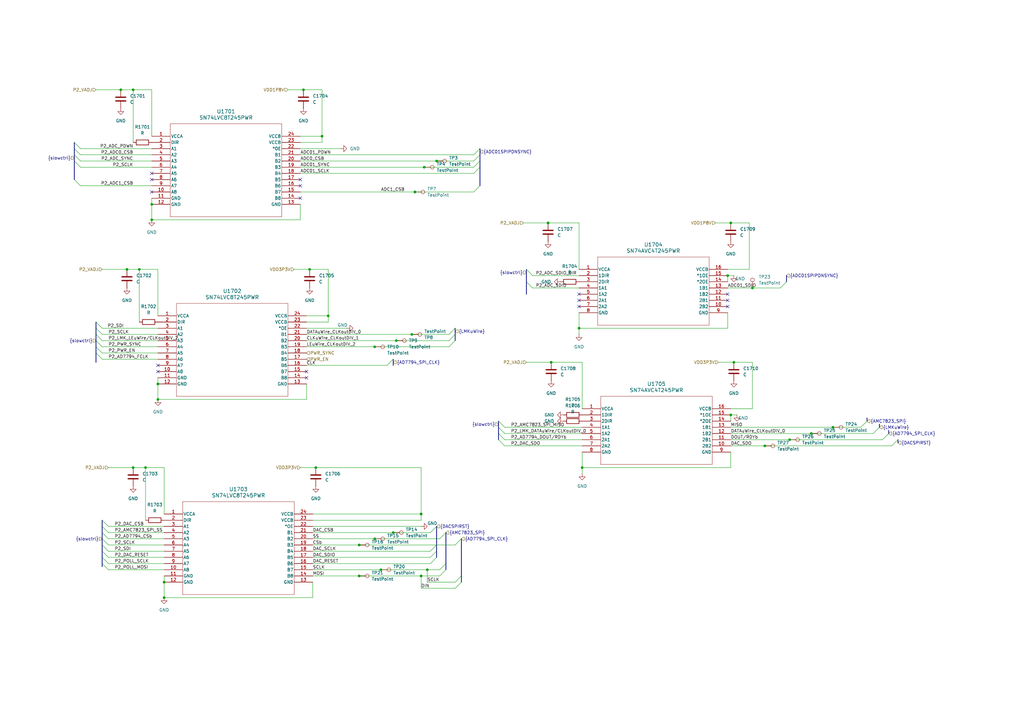
<source format=kicad_sch>
(kicad_sch (version 20231120) (generator "eeschema") (generator_version "8.0")
  (paper "A3")
  (lib_symbols
    (symbol "001_symbol:SN74AVC4T245PWR" (pin_names (offset 0.254))
      (property "Reference" "U" (at 30.48 10.16 0))
      (property "Value" "SN74AVC4T245PWR" (at 30.48 7.62 0))
      (symbol "SN74AVC4T245PWR_0_1"
        (polyline (pts (xy 7.62 -22.86) (xy 53.34 -22.86)) (stroke (width 0.127)))
        (polyline (pts (xy 7.62 5.08) (xy 7.62 -22.86)) (stroke (width 0.127)))
        (polyline (pts (xy 53.34 -22.86) (xy 53.34 5.08)) (stroke (width 0.127)))
        (polyline (pts (xy 53.34 5.08) (xy 7.62 5.08)) (stroke (width 0.127)))
        (pin power_in line (at 0 0 0) (length 7.62) (name "VCCA") (number "1"))
        (pin bidirectional line (at 60.96 -15.24 180) (length 7.62) (name "2B2") (number "10"))
        (pin bidirectional line (at 60.96 -12.7 180) (length 7.62) (name "2B1") (number "11"))
        (pin bidirectional line (at 60.96 -10.16 180) (length 7.62) (name "1B2") (number "12"))
        (pin bidirectional line (at 60.96 -7.62 180) (length 7.62) (name "1B1") (number "13"))
        (pin input line (at 60.96 -5.08 180) (length 7.62) (name "*2OE") (number "14"))
        (pin input line (at 60.96 -2.54 180) (length 7.62) (name "*1OE") (number "15"))
        (pin power_in line (at 60.96 0 180) (length 7.62) (name "VCCB") (number "16"))
        (pin input line (at 0 -2.54 0) (length 7.62) (name "1DIR") (number "2"))
        (pin input line (at 0 -5.08 0) (length 7.62) (name "2DIR") (number "3"))
        (pin bidirectional line (at 0 -7.62 0) (length 7.62) (name "1A1") (number "4"))
        (pin bidirectional line (at 0 -10.16 0) (length 7.62) (name "1A2") (number "5"))
        (pin bidirectional line (at 0 -12.7 0) (length 7.62) (name "2A1") (number "6"))
        (pin bidirectional line (at 0 -15.24 0) (length 7.62) (name "2A2") (number "7"))
        (pin power_in line (at 0 -17.78 0) (length 7.62) (name "GND") (number "8"))
        (pin power_in line (at 60.96 -17.78 180) (length 7.62) (name "GND") (number "9"))
      )
    )
    (symbol "001_symbol:SN74LVC8T245PWR" (pin_names (offset 0.254))
      (property "Reference" "U" (at 30.48 10.16 0))
      (property "Value" "SN74LVC8T245PWR" (at 30.48 7.62 0))
      (symbol "SN74LVC8T245PWR_0_1"
        (polyline (pts (xy 7.62 -33.02) (xy 53.34 -33.02)) (stroke (width 0.127)))
        (polyline (pts (xy 7.62 5.08) (xy 7.62 -33.02)) (stroke (width 0.127)))
        (polyline (pts (xy 53.34 -33.02) (xy 53.34 5.08)) (stroke (width 0.127)))
        (polyline (pts (xy 53.34 5.08) (xy 7.62 5.08)) (stroke (width 0.127)))
        (pin power_in line (at 0 0 0) (length 7.62) (name "VCCA") (number "1"))
        (pin bidirectional line (at 0 -22.86 0) (length 7.62) (name "A8") (number "10"))
        (pin power_in line (at 0 -25.4 0) (length 7.62) (name "GND") (number "11"))
        (pin power_in line (at 0 -27.94 0) (length 7.62) (name "GND") (number "12"))
        (pin power_in line (at 60.96 -27.94 180) (length 7.62) (name "GND") (number "13"))
        (pin bidirectional line (at 60.96 -25.4 180) (length 7.62) (name "B8") (number "14"))
        (pin bidirectional line (at 60.96 -22.86 180) (length 7.62) (name "B7") (number "15"))
        (pin bidirectional line (at 60.96 -20.32 180) (length 7.62) (name "B6") (number "16"))
        (pin bidirectional line (at 60.96 -17.78 180) (length 7.62) (name "B5") (number "17"))
        (pin bidirectional line (at 60.96 -15.24 180) (length 7.62) (name "B4") (number "18"))
        (pin bidirectional line (at 60.96 -12.7 180) (length 7.62) (name "B3") (number "19"))
        (pin input line (at 0 -2.54 0) (length 7.62) (name "DIR") (number "2"))
        (pin bidirectional line (at 60.96 -10.16 180) (length 7.62) (name "B2") (number "20"))
        (pin bidirectional line (at 60.96 -7.62 180) (length 7.62) (name "B1") (number "21"))
        (pin input line (at 60.96 -5.08 180) (length 7.62) (name "*OE") (number "22"))
        (pin power_in line (at 60.96 -2.54 180) (length 7.62) (name "VCCB") (number "23"))
        (pin power_in line (at 60.96 0 180) (length 7.62) (name "VCCB") (number "24"))
        (pin bidirectional line (at 0 -5.08 0) (length 7.62) (name "A1") (number "3"))
        (pin bidirectional line (at 0 -7.62 0) (length 7.62) (name "A2") (number "4"))
        (pin bidirectional line (at 0 -10.16 0) (length 7.62) (name "A3") (number "5"))
        (pin bidirectional line (at 0 -12.7 0) (length 7.62) (name "A4") (number "6"))
        (pin bidirectional line (at 0 -15.24 0) (length 7.62) (name "A5") (number "7"))
        (pin bidirectional line (at 0 -17.78 0) (length 7.62) (name "A6") (number "8"))
        (pin bidirectional line (at 0 -20.32 0) (length 7.62) (name "A7") (number "9"))
      )
    )
    (symbol "Connector:TestPoint" (pin_numbers hide) (pin_names (offset 0.762) hide)
      (property "Reference" "TP" (at 0 6.858 0))
      (property "Value" "TestPoint" (at 0 5.08 0))
      (symbol "TestPoint_0_1"
        (circle (center 0 3.302) (radius 0.762))
      )
      (symbol "TestPoint_1_1"
        (pin passive line (at 0 0 90) (length 2.54) (name "1") (number "1"))
      )
    )
    (symbol "Device:C" (pin_numbers hide) (pin_names (offset 0.254))
      (property "Reference" "C" (at 0.635 2.54 0))
      (property "Value" "C" (at 0.635 -2.54 0))
      (symbol "C_0_1"
        (polyline (pts (xy -2.032 -0.762) (xy 2.032 -0.762)) (stroke (width 0.508)))
        (polyline (pts (xy -2.032 0.762) (xy 2.032 0.762)) (stroke (width 0.508)))
      )
      (symbol "C_1_1"
        (pin passive line (at 0 3.81 270) (length 2.794) (name "~") (number "1"))
        (pin passive line (at 0 -3.81 90) (length 2.794) (name "~") (number "2"))
      )
    )
    (symbol "Device:R" (pin_numbers hide) (pin_names (offset 0))
      (property "Reference" "R" (at 2.032 0 90))
      (property "Value" "R" (at 0 0 90))
      (symbol "R_0_1"
        (rectangle (start -1.016 -2.54) (end 1.016 2.54) (stroke (width 0.254)))
      )
      (symbol "R_1_1"
        (pin passive line (at 0 3.81 270) (length 1.27) (name "~") (number "1"))
        (pin passive line (at 0 -3.81 90) (length 1.27) (name "~") (number "2"))
      )
    )
    (symbol "power:GND" (power) (pin_numbers hide) (pin_names (offset 0) hide)
      (property "Value" "GND" (at 0 -3.81 0))
      (symbol "GND_0_1"
        (polyline (pts (xy 0 0) (xy 0 -1.27) (xy 1.27 -1.27) (xy 0 -2.54) (xy -1.27 -1.27) (xy 0 -1.27)))
      )
      (symbol "GND_1_1"
        (pin power_in line (at 0 0 270) (length 0) (name "~") (number "1"))
      )
    )
  )
  (junction (at 162.56 139.7))
  (junction (at 54.61 36.83))
  (junction (at 170.18 78.74))
  (junction (at 175.26 233.68))
  (junction (at 308.61 118.11))
  (junction (at 161.29 218.44))
  (junction (at 341.63 175.26))
  (junction (at 156.21 233.68))
  (junction (at 67.31 238.76))
  (junction (at 172.72 236.22))
  (junction (at 132.08 55.88))
  (junction (at 57.15 110.49))
  (junction (at 127 110.49))
  (junction (at 124.46 36.83))
  (junction (at 153.67 142.24))
  (junction (at 299.72 170.18))
  (junction (at 59.69 191.77))
  (junction (at 52.07 110.49))
  (junction (at 64.77 157.48))
  (junction (at 153.67 220.98))
  (junction (at 62.23 90.17))
  (junction (at 323.85 180.34))
  (junction (at 173.99 68.58))
  (junction (at 224.79 91.44))
  (junction (at 299.72 91.44))
  (junction (at 54.61 191.77))
  (junction (at 168.91 137.16))
  (junction (at 62.23 83.82))
  (junction (at 147.32 236.22))
  (junction (at 49.53 36.83))
  (junction (at 238.76 191.77))
  (junction (at 172.72 210.82))
  (junction (at 147.32 223.52))
  (junction (at 332.74 177.8))
  (junction (at 67.31 245.11))
  (junction (at 298.45 113.03))
  (junction (at 129.54 191.77))
  (junction (at 179.07 66.04))
  (junction (at 64.77 163.83))
  (junction (at 134.62 129.54))
  (junction (at 313.69 182.88))
  (junction (at 300.99 148.59))
  (junction (at 226.06 148.59))
  (junction (at 237.49 134.62))
  (no_connect (at 298.45 125.73))
  (no_connect (at 64.77 149.86))
  (no_connect (at 62.23 78.74))
  (no_connect (at 125.73 152.4))
  (no_connect (at 125.73 154.94))
  (no_connect (at 123.19 73.66))
  (no_connect (at 298.45 123.19))
  (no_connect (at 237.49 120.65))
  (no_connect (at 62.23 71.12))
  (no_connect (at 123.19 81.28))
  (no_connect (at 62.23 73.66))
  (no_connect (at 123.19 76.2))
  (no_connect (at 237.49 125.73))
  (no_connect (at 237.49 123.19))
  (no_connect (at 298.45 120.65))
  (no_connect (at 64.77 152.4))
  (bus_entry (at 179.07 226.06) (size -2.54 2.54))
  (bus_entry (at 368.3 180.34) (size -2.54 2.54))
  (bus_entry (at 186.69 134.62) (size -2.54 2.54))
  (bus_entry (at 39.37 142.24) (size 2.54 2.54))
  (bus_entry (at 41.91 223.52) (size 2.54 2.54))
  (bus_entry (at 360.68 175.26) (size -2.54 2.54))
  (bus_entry (at 189.23 238.76) (size -2.54 2.54))
  (bus_entry (at 196.85 66.04) (size -2.54 2.54))
  (bus_entry (at 196.85 60.96) (size -2.54 2.54))
  (bus_entry (at 41.91 228.6) (size 2.54 2.54))
  (bus_entry (at 30.48 58.42) (size 2.54 2.54))
  (bus_entry (at 196.85 76.2) (size -2.54 2.54))
  (bus_entry (at 30.48 66.04) (size 2.54 2.54))
  (bus_entry (at 39.37 144.78) (size 2.54 2.54))
  (bus_entry (at 41.91 231.14) (size 2.54 2.54))
  (bus_entry (at 161.29 147.32) (size -2.54 2.54))
  (bus_entry (at 41.91 220.98) (size 2.54 2.54))
  (bus_entry (at 41.91 226.06) (size 2.54 2.54))
  (bus_entry (at 39.37 132.08) (size 2.54 2.54))
  (bus_entry (at 41.91 218.44) (size 2.54 2.54))
  (bus_entry (at 182.88 218.44) (size -2.54 2.54))
  (bus_entry (at 182.88 231.14) (size -2.54 2.54))
  (bus_entry (at 196.85 68.58) (size -2.54 2.54))
  (bus_entry (at 39.37 137.16) (size 2.54 2.54))
  (bus_entry (at 39.37 139.7) (size 2.54 2.54))
  (bus_entry (at 30.48 60.96) (size 2.54 2.54))
  (bus_entry (at 189.23 236.22) (size -2.54 2.54))
  (bus_entry (at 182.88 233.68) (size -2.54 2.54))
  (bus_entry (at 186.69 137.16) (size -2.54 2.54))
  (bus_entry (at 186.69 139.7) (size -2.54 2.54))
  (bus_entry (at 215.9 115.57) (size 2.54 2.54))
  (bus_entry (at 204.47 177.8) (size 2.54 2.54))
  (bus_entry (at 204.47 175.26) (size 2.54 2.54))
  (bus_entry (at 30.48 73.66) (size 2.54 2.54))
  (bus_entry (at 196.85 63.5) (size -2.54 2.54))
  (bus_entry (at 322.58 115.57) (size -2.54 2.54))
  (bus_entry (at 39.37 134.62) (size 2.54 2.54))
  (bus_entry (at 179.07 228.6) (size -2.54 2.54))
  (bus_entry (at 179.07 215.9) (size -2.54 2.54))
  (bus_entry (at 189.23 220.98) (size -2.54 2.54))
  (bus_entry (at 355.6 172.72) (size -2.54 2.54))
  (bus_entry (at 179.07 223.52) (size -2.54 2.54))
  (bus_entry (at 364.49 177.8) (size -2.54 2.54))
  (bus_entry (at 41.91 215.9) (size 2.54 2.54))
  (bus_entry (at 204.47 180.34) (size 2.54 2.54))
  (bus_entry (at 204.47 172.72) (size 2.54 2.54))
  (bus_entry (at 30.48 63.5) (size 2.54 2.54))
  (bus_entry (at 41.91 213.36) (size 2.54 2.54))
  (bus_entry (at 215.9 110.49) (size 2.54 2.54))
  (wire (pts (xy 44.45 215.9) (xy 67.31 215.9)))
  (bus (pts (xy 189.23 220.98) (xy 189.23 236.22)))
  (wire (pts (xy 299.72 191.77) (xy 299.72 185.42)))
  (wire (pts (xy 124.46 36.83) (xy 132.08 36.83)))
  (wire (pts (xy 41.91 110.49) (xy 52.07 110.49)))
  (wire (pts (xy 123.19 66.04) (xy 179.07 66.04)))
  (wire (pts (xy 54.61 191.77) (xy 59.69 191.77)))
  (bus (pts (xy 39.37 134.62) (xy 39.37 137.16)))
  (wire (pts (xy 44.45 233.68) (xy 67.31 233.68)))
  (wire (pts (xy 237.49 134.62) (xy 237.49 137.16)))
  (wire (pts (xy 41.91 137.16) (xy 64.77 137.16)))
  (bus (pts (xy 30.48 66.04) (xy 30.48 73.66)))
  (wire (pts (xy 64.77 154.94) (xy 64.77 157.48)))
  (wire (pts (xy 353.06 175.26) (xy 341.63 175.26)))
  (wire (pts (xy 226.06 148.59) (xy 238.76 148.59)))
  (wire (pts (xy 173.99 68.58) (xy 194.31 68.58)))
  (wire (pts (xy 123.19 55.88) (xy 132.08 55.88)))
  (wire (pts (xy 59.69 213.36) (xy 59.69 191.77)))
  (wire (pts (xy 62.23 36.83) (xy 62.23 55.88)))
  (bus (pts (xy 30.48 58.42) (xy 30.48 60.96)))
  (wire (pts (xy 237.49 134.62) (xy 298.45 134.62)))
  (wire (pts (xy 147.32 223.52) (xy 179.07 223.52)))
  (wire (pts (xy 33.02 68.58) (xy 62.23 68.58)))
  (wire (pts (xy 123.19 60.96) (xy 139.7 60.96)))
  (wire (pts (xy 123.19 58.42) (xy 132.08 58.42)))
  (bus (pts (xy 186.69 134.62) (xy 186.69 137.16)))
  (wire (pts (xy 179.07 223.52) (xy 186.69 223.52)))
  (wire (pts (xy 120.65 110.49) (xy 127 110.49)))
  (wire (pts (xy 207.01 182.88) (xy 238.76 182.88)))
  (wire (pts (xy 293.37 91.44) (xy 299.72 91.44)))
  (wire (pts (xy 39.37 36.83) (xy 49.53 36.83)))
  (wire (pts (xy 33.02 63.5) (xy 62.23 63.5)))
  (wire (pts (xy 67.31 238.76) (xy 67.31 245.11)))
  (wire (pts (xy 118.11 36.83) (xy 124.46 36.83)))
  (wire (pts (xy 238.76 148.59) (xy 238.76 167.64)))
  (bus (pts (xy 182.88 218.44) (xy 182.88 231.14)))
  (wire (pts (xy 298.45 118.11) (xy 308.61 118.11)))
  (wire (pts (xy 299.72 170.18) (xy 302.26 170.18)))
  (wire (pts (xy 123.19 63.5) (xy 194.31 63.5)))
  (bus (pts (xy 204.47 172.72) (xy 204.47 175.26)))
  (wire (pts (xy 44.45 228.6) (xy 67.31 228.6)))
  (bus (pts (xy 196.85 60.96) (xy 196.85 63.5)))
  (wire (pts (xy 299.72 177.8) (xy 332.74 177.8)))
  (wire (pts (xy 62.23 83.82) (xy 62.23 90.17)))
  (wire (pts (xy 44.45 220.98) (xy 67.31 220.98)))
  (bus (pts (xy 39.37 139.7) (xy 39.37 142.24)))
  (bus (pts (xy 215.9 115.57) (xy 215.9 120.65)))
  (wire (pts (xy 44.45 218.44) (xy 67.31 218.44)))
  (wire (pts (xy 186.69 241.3) (xy 172.72 241.3)))
  (bus (pts (xy 41.91 231.14) (xy 41.91 232.41)))
  (bus (pts (xy 179.07 215.9) (xy 179.07 223.52)))
  (wire (pts (xy 44.45 231.14) (xy 67.31 231.14)))
  (wire (pts (xy 128.27 228.6) (xy 176.53 228.6)))
  (wire (pts (xy 299.72 167.64) (xy 308.61 167.64)))
  (wire (pts (xy 64.77 157.48) (xy 64.77 163.83)))
  (wire (pts (xy 62.23 90.17) (xy 123.19 90.17)))
  (wire (pts (xy 162.56 139.7) (xy 184.15 139.7)))
  (wire (pts (xy 298.45 110.49) (xy 307.34 110.49)))
  (wire (pts (xy 172.72 236.22) (xy 180.34 236.22)))
  (bus (pts (xy 179.07 223.52) (xy 179.07 226.06)))
  (wire (pts (xy 128.27 245.11) (xy 128.27 238.76)))
  (wire (pts (xy 132.08 55.88) (xy 132.08 58.42)))
  (bus (pts (xy 186.69 137.16) (xy 186.69 139.7)))
  (wire (pts (xy 125.73 132.08) (xy 134.62 132.08)))
  (wire (pts (xy 214.63 91.44) (xy 224.79 91.44)))
  (wire (pts (xy 298.45 113.03) (xy 300.99 113.03)))
  (wire (pts (xy 332.74 177.8) (xy 358.14 177.8)))
  (bus (pts (xy 215.9 110.49) (xy 215.9 115.57)))
  (bus (pts (xy 41.91 226.06) (xy 41.91 228.6)))
  (wire (pts (xy 128.27 236.22) (xy 147.32 236.22)))
  (wire (pts (xy 54.61 36.83) (xy 62.23 36.83)))
  (wire (pts (xy 67.31 236.22) (xy 67.31 238.76)))
  (wire (pts (xy 298.45 134.62) (xy 298.45 128.27)))
  (bus (pts (xy 189.23 236.22) (xy 189.23 238.76)))
  (wire (pts (xy 308.61 148.59) (xy 308.61 167.64)))
  (wire (pts (xy 123.19 68.58) (xy 173.99 68.58)))
  (wire (pts (xy 57.15 132.08) (xy 57.15 110.49)))
  (bus (pts (xy 161.29 147.32) (xy 161.29 149.86)))
  (wire (pts (xy 49.53 36.83) (xy 54.61 36.83)))
  (wire (pts (xy 238.76 185.42) (xy 238.76 191.77)))
  (wire (pts (xy 237.49 91.44) (xy 237.49 110.49)))
  (wire (pts (xy 62.23 81.28) (xy 62.23 83.82)))
  (wire (pts (xy 125.73 149.86) (xy 158.75 149.86)))
  (bus (pts (xy 364.49 176.53) (xy 364.49 177.8)))
  (wire (pts (xy 168.91 137.16) (xy 184.15 137.16)))
  (wire (pts (xy 365.76 182.88) (xy 313.69 182.88)))
  (bus (pts (xy 179.07 226.06) (xy 179.07 228.6)))
  (bus (pts (xy 368.3 180.34) (xy 368.3 181.61)))
  (wire (pts (xy 128.27 215.9) (xy 172.72 215.9)))
  (wire (pts (xy 134.62 110.49) (xy 134.62 129.54)))
  (wire (pts (xy 64.77 110.49) (xy 64.77 129.54)))
  (wire (pts (xy 180.34 220.98) (xy 153.67 220.98)))
  (wire (pts (xy 129.54 191.77) (xy 172.72 191.77)))
  (wire (pts (xy 59.69 191.77) (xy 67.31 191.77)))
  (wire (pts (xy 215.9 148.59) (xy 226.06 148.59)))
  (wire (pts (xy 128.27 218.44) (xy 161.29 218.44)))
  (wire (pts (xy 186.69 238.76) (xy 175.26 238.76)))
  (wire (pts (xy 153.67 142.24) (xy 184.15 142.24)))
  (wire (pts (xy 172.72 210.82) (xy 172.72 213.36)))
  (wire (pts (xy 341.63 175.26) (xy 299.72 175.26)))
  (bus (pts (xy 39.37 144.78) (xy 39.37 148.59)))
  (wire (pts (xy 298.45 113.03) (xy 298.45 115.57)))
  (wire (pts (xy 128.27 231.14) (xy 176.53 231.14)))
  (wire (pts (xy 172.72 236.22) (xy 172.72 241.3)))
  (bus (pts (xy 41.91 215.9) (xy 41.91 218.44)))
  (bus (pts (xy 41.91 218.44) (xy 41.91 220.98)))
  (bus (pts (xy 322.58 113.03) (xy 322.58 115.57)))
  (wire (pts (xy 172.72 191.77) (xy 172.72 210.82)))
  (wire (pts (xy 64.77 163.83) (xy 125.73 163.83)))
  (bus (pts (xy 41.91 223.52) (xy 41.91 226.06)))
  (wire (pts (xy 41.91 139.7) (xy 64.77 139.7)))
  (wire (pts (xy 237.49 128.27) (xy 237.49 134.62)))
  (wire (pts (xy 207.01 180.34) (xy 238.76 180.34)))
  (wire (pts (xy 224.79 91.44) (xy 237.49 91.44)))
  (wire (pts (xy 207.01 175.26) (xy 238.76 175.26)))
  (wire (pts (xy 294.64 148.59) (xy 300.99 148.59)))
  (wire (pts (xy 125.73 142.24) (xy 153.67 142.24)))
  (wire (pts (xy 179.07 66.04) (xy 194.31 66.04)))
  (wire (pts (xy 125.73 137.16) (xy 168.91 137.16)))
  (bus (pts (xy 196.85 68.58) (xy 196.85 76.2)))
  (wire (pts (xy 175.26 233.68) (xy 180.34 233.68)))
  (wire (pts (xy 308.61 118.11) (xy 320.04 118.11)))
  (wire (pts (xy 44.45 223.52) (xy 67.31 223.52)))
  (wire (pts (xy 170.18 78.74) (xy 194.31 78.74)))
  (wire (pts (xy 128.27 210.82) (xy 172.72 210.82)))
  (wire (pts (xy 57.15 110.49) (xy 64.77 110.49)))
  (wire (pts (xy 123.19 90.17) (xy 123.19 83.82)))
  (bus (pts (xy 196.85 66.04) (xy 196.85 68.58)))
  (wire (pts (xy 176.53 226.06) (xy 128.27 226.06)))
  (bus (pts (xy 196.85 63.5) (xy 196.85 66.04)))
  (bus (pts (xy 30.48 60.96) (xy 30.48 63.5)))
  (bus (pts (xy 360.68 173.99) (xy 360.68 175.26)))
  (wire (pts (xy 125.73 163.83) (xy 125.73 157.48)))
  (bus (pts (xy 41.91 228.6) (xy 41.91 231.14)))
  (wire (pts (xy 128.27 223.52) (xy 147.32 223.52)))
  (wire (pts (xy 44.45 191.77) (xy 54.61 191.77)))
  (wire (pts (xy 132.08 36.83) (xy 132.08 55.88)))
  (bus (pts (xy 204.47 177.8) (xy 204.47 180.34)))
  (wire (pts (xy 123.19 78.74) (xy 170.18 78.74)))
  (wire (pts (xy 299.72 180.34) (xy 323.85 180.34)))
  (wire (pts (xy 123.19 71.12) (xy 194.31 71.12)))
  (wire (pts (xy 41.91 147.32) (xy 64.77 147.32)))
  (wire (pts (xy 125.73 139.7) (xy 162.56 139.7)))
  (bus (pts (xy 39.37 132.08) (xy 39.37 134.62)))
  (wire (pts (xy 299.72 91.44) (xy 307.34 91.44)))
  (bus (pts (xy 204.47 175.26) (xy 204.47 177.8)))
  (bus (pts (xy 39.37 142.24) (xy 39.37 144.78)))
  (bus (pts (xy 30.48 63.5) (xy 30.48 66.04)))
  (wire (pts (xy 134.62 129.54) (xy 134.62 132.08)))
  (bus (pts (xy 355.6 171.45) (xy 355.6 172.72)))
  (wire (pts (xy 33.02 76.2) (xy 62.23 76.2)))
  (wire (pts (xy 41.91 142.24) (xy 64.77 142.24)))
  (wire (pts (xy 147.32 236.22) (xy 172.72 236.22)))
  (wire (pts (xy 300.99 148.59) (xy 308.61 148.59)))
  (wire (pts (xy 67.31 191.77) (xy 67.31 210.82)))
  (wire (pts (xy 175.26 233.68) (xy 175.26 238.76)))
  (wire (pts (xy 207.01 177.8) (xy 238.76 177.8)))
  (wire (pts (xy 33.02 60.96) (xy 62.23 60.96)))
  (wire (pts (xy 52.07 110.49) (xy 57.15 110.49)))
  (wire (pts (xy 41.91 134.62) (xy 64.77 134.62)))
  (wire (pts (xy 238.76 191.77) (xy 299.72 191.77)))
  (wire (pts (xy 33.02 66.04) (xy 62.23 66.04)))
  (wire (pts (xy 123.19 191.77) (xy 129.54 191.77)))
  (wire (pts (xy 54.61 58.42) (xy 54.61 36.83)))
  (wire (pts (xy 156.21 233.68) (xy 175.26 233.68)))
  (wire (pts (xy 44.45 226.06) (xy 67.31 226.06)))
  (wire (pts (xy 323.85 180.34) (xy 361.95 180.34)))
  (wire (pts (xy 41.91 144.78) (xy 64.77 144.78)))
  (wire (pts (xy 218.44 113.03) (xy 237.49 113.03)))
  (wire (pts (xy 307.34 91.44) (xy 307.34 110.49)))
  (wire (pts (xy 161.29 218.44) (xy 176.53 218.44)))
  (wire (pts (xy 128.27 233.68) (xy 156.21 233.68)))
  (wire (pts (xy 238.76 191.77) (xy 238.76 194.31)))
  (wire (pts (xy 153.67 220.98) (xy 128.27 220.98)))
  (bus (pts (xy 39.37 137.16) (xy 39.37 139.7)))
  (wire (pts (xy 218.44 118.11) (xy 237.49 118.11)))
  (wire (pts (xy 127 110.49) (xy 134.62 110.49)))
  (wire (pts (xy 67.31 245.11) (xy 128.27 245.11)))
  (bus (pts (xy 182.88 231.14) (xy 182.88 233.68)))
  (wire (pts (xy 125.73 134.62) (xy 142.24 134.62)))
  (bus (pts (xy 41.91 220.98) (xy 41.91 223.52)))
  (wire (pts (xy 125.73 129.54) (xy 134.62 129.54)))
  (wire (pts (xy 128.27 213.36) (xy 172.72 213.36)))
  (wire (pts (xy 299.72 170.18) (xy 299.72 172.72)))
  (bus (pts (xy 41.91 213.36) (xy 41.91 215.9)))
  (wire (pts (xy 313.69 182.88) (xy 299.72 182.88)))
  (label "P2_PWR_SYNC" (at 44.45 142.24 0))
  (label "P2_AD7794_CSb" (at 46.99 220.98 0))
  (label "CLKuWire_CLKoutDIV_1" (at 125.73 139.7 0))
  (label "P2_AD7794_DOUT{slash}RDYb" (at 209.55 180.34 0))
  (label "P2_SCLK" (at 44.45 137.16 0))
  (label "DAC_CSB" (at 128.27 218.44 0))
  (label "ADC01_SYNC" (at 123.19 68.58 0))
  (label "DATAuWire_CLKoutDIV_0" (at 125.73 137.16 0))
  (label "DAC_RESET" (at 128.27 231.14 0))
  (label "MISO" (at 299.72 175.26 0))
  (label "CLK" (at 125.73 149.86 0))
  (label "ADC01_SDIO" (at 298.45 118.11 0))
  (label "P2_DAC_SDO" (at 209.55 182.88 0))
  (label "P2_POLL_SCLK" (at 46.99 231.14 0))
  (label "P2_ADC0_CSB" (at 54.61 63.5 180))
  (label "DIN" (at 172.72 241.3 0))
  (label "P2_ADC_SDIO" (at 219.71 118.11 0))
  (label "P2_DAC_RESET" (at 46.99 228.6 0))
  (label "P2_ADC_SDIO_DIR" (at 219.71 113.03 0))
  (label "DAC_SDIO" (at 128.27 228.6 0))
  (label "ADC1_CSB" (at 156.21 78.74 0))
  (label "LEuWire_CLKoutDIV_2" (at 125.73 142.24 0))
  (label "P2_PWR_EN" (at 44.45 144.78 0))
  (label "P2_AMC7823_SPI_MISO" (at 209.55 175.26 0))
  (label "P2_SCLK" (at 54.61 68.58 180))
  (label "SCLK" (at 175.26 238.76 0))
  (label "DAC_SDO" (at 299.72 182.88 0))
  (label "P2_SDI" (at 50.8 134.62 180))
  (label "SS" (at 128.27 220.98 0))
  (label "P2_AMC7823_SPI_SS" (at 46.99 218.44 0))
  (label "P2_LMK_DATAuWire{slash}CLKoutDIV_0" (at 209.55 177.8 0))
  (label "ADC0_CSB" (at 123.19 66.04 0))
  (label "ADC01_SCLK" (at 123.19 71.12 0))
  (label "P2_SDI" (at 46.99 226.06 0))
  (label "P2_AD7794_FCLK" (at 44.45 147.32 0))
  (label "CSb" (at 128.27 223.52 0))
  (label "ADC01_PDWN" (at 123.19 63.5 0))
  (label "SCLK" (at 128.27 233.68 0))
  (label "P2_ADC_SYNC" (at 54.61 66.04 180))
  (label "P2_LMK_LEuWire{slash}CLKoutDIV_2" (at 44.45 139.7 0))
  (label "MOSI" (at 128.27 236.22 0))
  (label "DAC_SCLK" (at 128.27 226.06 0))
  (label "P2_SCLK" (at 46.99 223.52 0))
  (label "P2_ADC1_CSB" (at 54.61 76.2 180))
  (label "DATAuWire_CLKoutDIV_0" (at 299.72 177.8 0))
  (label "P2_ADC_PDWN" (at 54.61 60.96 180))
  (label "P2_POLL_MOSI" (at 46.99 233.68 0))
  (label "P2_DAC_CSB" (at 46.99 215.9 0))
  (label "DOUT{slash}RDYb" (at 299.72 180.34 0))
  (hierarchical_label "{slowctrl}" (shape input) (at 41.91 220.98 180))
  (hierarchical_label "VDD3P3V" (shape input) (at 120.65 110.49 180))
  (hierarchical_label "{ADC01SPIPDNSYNC}" (shape input) (at 196.85 62.23 0))
  (hierarchical_label "P2_VADJ" (shape input) (at 39.37 36.83 180))
  (hierarchical_label "{ADC01SPIPDNSYNC}" (shape input) (at 322.58 113.03 0))
  (hierarchical_label "{LMKuWire}" (shape input) (at 186.69 135.89 0))
  (hierarchical_label "VDD3P3V" (shape input) (at 123.19 191.77 180))
  (hierarchical_label "{slowctrl}" (shape input) (at 215.9 111.76 180))
  (hierarchical_label "{slowctrl}" (shape input) (at 204.47 173.99 180))
  (hierarchical_label "{DACSPIRST}" (shape input) (at 179.07 215.9 0))
  (hierarchical_label "{AD7794_SPI_CLK}" (shape input) (at 364.49 177.8 0))
  (hierarchical_label "P2_VADJ" (shape input) (at 41.91 110.49 180))
  (hierarchical_label "VDD1P8V" (shape input) (at 118.11 36.83 180))
  (hierarchical_label "{LMKuWire}" (shape input) (at 360.68 175.26 0))
  (hierarchical_label "{AMC7823_SPI}" (shape input) (at 182.88 218.44 0))
  (hierarchical_label "{AD7794_SPI_CLK}" (shape input) (at 161.29 148.59 0))
  (hierarchical_label "{DACSPIRST}" (shape input) (at 368.3 181.61 0))
  (hierarchical_label "{slowctrl}" (shape input) (at 30.48 64.77 180))
  (hierarchical_label "PWR_SYNC" (shape input) (at 125.73 144.78 0))
  (hierarchical_label "{slowctrl}" (shape input) (at 39.37 139.7 180))
  (hierarchical_label "P2_VADJ" (shape input) (at 44.45 191.77 180))
  (hierarchical_label "VDD3P3V" (shape input) (at 294.64 148.59 180))
  (hierarchical_label "{AD7794_SPI_CLK}" (shape input) (at 189.23 220.98 0))
  (hierarchical_label "PWR_EN" (shape input) (at 125.73 147.32 0))
  (hierarchical_label "VDD1P8V" (shape input) (at 293.37 91.44 180))
  (hierarchical_label "P2_VADJ" (shape input) (at 214.63 91.44 180))
  (hierarchical_label "P2_VADJ" (shape input) (at 215.9 148.59 180))
  (hierarchical_label "{AMC7823_SPI}" (shape input) (at 355.6 172.72 0))
  (symbol (lib_id "power:GND") (at 231.14 170.18 270) (unit 1)
    (property "Reference" "#PWR01716" (effects (hide yes)))
    (property "Value" "GND" (at 227.33 170.1799 90) (effects (justify right)))
    (property "Description" "Power symbol creates a global label with name \"GND\" , ground" (effects (hide yes)))
  )
  (symbol (lib_id "power:GND") (at 139.7 60.96 90) (unit 1)
    (property "Reference" "#PWR01711" (effects (hide yes)))
    (property "Value" "GND" (at 143.51 60.9599 90) (effects (justify right)))
    (property "Description" "Power symbol creates a global label with name \"GND\" , ground" (effects (hide yes)))
  )
  (symbol (lib_id "power:GND") (at 229.87 115.57 270) (unit 1)
    (property "Reference" "#PWR01715" (effects (hide yes)))
    (property "Value" "GND" (at 226.06 115.5699 90) (effects (justify right)))
    (property "Description" "Power symbol creates a global label with name \"GND\" , ground" (effects (hide yes)))
  )
  (symbol (lib_id "001_symbol:SN74AVC4T245PWR") (at 237.49 110.49 0) (unit 1)
    (property "Reference" "U1704" (at 267.97 100.33 0) (effects (font (size 1.524 1.524))))
    (property "Value" "SN74AVC4T245PWR" (at 267.97 102.87 0) (effects (font (size 1.524 1.524))))
    (property "Footprint" "001_download:PW16" (effects (hide yes)))
    (property "Datasheet" "SN74AVC4T245PWR" (effects (hide yes)))
  )
  (symbol (lib_id "power:GND") (at 49.53 44.45 0) (unit 1)
    (property "Reference" "#PWR01701" (effects (hide yes)))
    (property "Value" "GND" (at 49.53 49.53 0))
    (property "Description" "Power symbol creates a global label with name \"GND\" , ground" (effects (hide yes)))
  )
  (symbol (lib_id "Device:R") (at 234.95 170.18 270) (unit 1)
    (property "Reference" "R1705" (at 234.95 163.83 90))
    (property "Value" "R" (at 234.95 166.37 90))
    (property "Footprint" "Resistor_SMD:R_0603_1608Metric" (effects (hide yes)))
    (property "Description" "Resistor" (effects (hide yes)))
  )
  (symbol (lib_id "power:GND") (at 226.06 156.21 0) (unit 1)
    (property "Reference" "#PWR01714" (effects (hide yes)))
    (property "Value" "GND" (at 226.06 161.29 0))
    (property "Description" "Power symbol creates a global label with name \"GND\" , ground" (effects (hide yes)))
  )
  (symbol (lib_id "Device:C") (at 124.46 40.64 0) (unit 1)
    (property "Reference" "C1704" (at 128.27 39.3699 0) (effects (justify left)))
    (property "Value" "C" (at 128.27 41.9099 0) (effects (justify left)))
    (property "Footprint" "Capacitor_SMD:C_0402_1005Metric" (effects (hide yes)))
    (property "Description" "Unpolarized capacitor" (effects (hide yes)))
  )
  (symbol (lib_id "power:GND") (at 172.72 215.9 90) (unit 1)
    (property "Reference" "#PWR01710" (effects (hide yes)))
    (property "Value" "GND" (at 175.26 214.63 90) (effects (justify right)))
    (property "Description" "Power symbol creates a global label with name \"GND\" , ground" (effects (hide yes)))
  )
  (symbol (lib_id "power:GND") (at 52.07 118.11 0) (unit 1)
    (property "Reference" "#PWR01702" (effects (hide yes)))
    (property "Value" "GND" (at 52.07 123.19 0))
    (property "Description" "Power symbol creates a global label with name \"GND\" , ground" (effects (hide yes)))
  )
  (symbol (lib_id "Device:R") (at 60.96 132.08 90) (unit 1)
    (property "Reference" "R1702" (at 60.96 125.73 90))
    (property "Value" "R" (at 60.96 128.27 90))
    (property "Footprint" "Resistor_SMD:R_0603_1608Metric" (effects (hide yes)))
    (property "Description" "Resistor" (effects (hide yes)))
  )
  (symbol (lib_id "power:GND") (at 142.24 134.62 90) (unit 1)
    (property "Reference" "#PWR01712" (effects (hide yes)))
    (property "Value" "GND" (at 138.43 133.35 90) (effects (justify right)))
    (property "Description" "Power symbol creates a global label with name \"GND\" , ground" (effects (hide yes)))
  )
  (symbol (lib_id "Connector:TestPoint") (at 170.18 78.74 270) (unit 1)
    (property "Reference" "TP7" (at 175.26 77.4699 90) (effects (justify left)))
    (property "Value" "TestPoint" (at 175.26 80.0099 90) (effects (justify left)))
    (property "Footprint" "001_download:TestPoint_Pad_D0.6mm" (effects (hide yes)))
    (property "Description" "test point" (effects (hide yes)))
  )
  (symbol (lib_id "Connector:TestPoint") (at 313.69 182.88 270) (unit 1)
    (property "Reference" "TP27" (at 318.77 181.6099 90) (effects (justify left)))
    (property "Value" "TestPoint" (at 318.77 184.1499 90) (effects (justify left)))
    (property "Footprint" "001_download:TestPoint_Pad_D0.6mm" (effects (hide yes)))
    (property "Description" "test point" (effects (hide yes)))
  )
  (symbol (lib_id "Connector:TestPoint") (at 161.29 218.44 270) (unit 1)
    (property "Reference" "TP14" (at 166.37 217.1699 90) (effects (justify left)))
    (property "Value" "TestPoint" (at 166.37 219.7099 90) (effects (justify left)))
    (property "Footprint" "001_download:TestPoint_Pad_D0.6mm" (effects (hide yes)))
    (property "Description" "test point" (effects (hide yes)))
  )
  (symbol (lib_id "Connector:TestPoint") (at 179.07 66.04 270) (unit 1)
    (property "Reference" "TP3" (at 184.15 64.7699 90) (effects (justify left)))
    (property "Value" "TestPoint" (at 184.15 67.3099 90) (effects (justify left)))
    (property "Footprint" "001_download:TestPoint_Pad_D0.6mm" (effects (hide yes)))
    (property "Description" "test point" (effects (hide yes)))
  )
  (symbol (lib_id "power:GND") (at 299.72 99.06 0) (unit 1)
    (property "Reference" "#PWR01720" (effects (hide yes)))
    (property "Value" "GND" (at 299.72 104.14 0))
    (property "Description" "Power symbol creates a global label with name \"GND\" , ground" (effects (hide yes)))
  )
  (symbol (lib_id "power:GND") (at 300.99 156.21 0) (unit 1)
    (property "Reference" "#PWR01722" (effects (hide yes)))
    (property "Value" "GND" (at 300.99 161.29 0))
    (property "Description" "Power symbol creates a global label with name \"GND\" , ground" (effects (hide yes)))
  )
  (symbol (lib_id "Device:C") (at 52.07 114.3 0) (unit 1)
    (property "Reference" "C1702" (at 55.88 113.0299 0) (effects (justify left)))
    (property "Value" "C" (at 55.88 115.5699 0) (effects (justify left)))
    (property "Footprint" "Capacitor_SMD:C_0402_1005Metric" (effects (hide yes)))
    (property "Description" "Unpolarized capacitor" (effects (hide yes)))
  )
  (symbol (lib_id "Device:C") (at 49.53 40.64 180) (unit 1)
    (property "Reference" "C1701" (at 53.34 39.3699 0) (effects (justify right)))
    (property "Value" "C" (at 53.34 41.9099 0) (effects (justify right)))
    (property "Footprint" "Capacitor_SMD:C_0402_1005Metric" (effects (hide yes)))
    (property "Description" "Unpolarized capacitor" (effects (hide yes)))
  )
  (symbol (lib_id "Device:C") (at 127 114.3 0) (unit 1)
    (property "Reference" "C1705" (at 130.81 113.0299 0) (effects (justify left)))
    (property "Value" "C" (at 130.81 115.5699 0) (effects (justify left)))
    (property "Footprint" "Capacitor_SMD:C_0402_1005Metric" (effects (hide yes)))
    (property "Description" "Unpolarized capacitor" (effects (hide yes)))
  )
  (symbol (lib_id "Connector:TestPoint") (at 308.61 118.11 0) (unit 1)
    (property "Reference" "TP23" (at 311.15 113.5379 0) (effects (justify left)))
    (property "Value" "TestPoint" (at 311.15 116.0779 0) (effects (justify left)))
    (property "Footprint" "001_download:TestPoint_Pad_D0.6mm" (effects (hide yes)))
    (property "Description" "test point" (effects (hide yes)))
  )
  (symbol (lib_id "Device:C") (at 224.79 95.25 0) (unit 1)
    (property "Reference" "C1707" (at 228.6 93.9799 0) (effects (justify left)))
    (property "Value" "C" (at 228.6 96.5199 0) (effects (justify left)))
    (property "Footprint" "Capacitor_SMD:C_0402_1005Metric" (effects (hide yes)))
    (property "Description" "Unpolarized capacitor" (effects (hide yes)))
  )
  (symbol (lib_id "Device:R") (at 234.95 172.72 270) (unit 1)
    (property "Reference" "R1706" (at 234.95 166.37 90))
    (property "Value" "R" (at 234.95 168.91 90))
    (property "Footprint" "Resistor_SMD:R_0603_1608Metric" (effects (hide yes)))
    (property "Description" "Resistor" (effects (hide yes)))
  )
  (symbol (lib_id "power:GND") (at 124.46 44.45 0) (unit 1)
    (property "Reference" "#PWR01707" (effects (hide yes)))
    (property "Value" "GND" (at 124.46 49.53 0))
    (property "Description" "Power symbol creates a global label with name \"GND\" , ground" (effects (hide yes)))
  )
  (symbol (lib_id "Device:C") (at 300.99 152.4 180) (unit 1)
    (property "Reference" "C1710" (at 304.8 151.1299 0) (effects (justify right)))
    (property "Value" "C" (at 304.8 153.6699 0) (effects (justify right)))
    (property "Footprint" "Capacitor_SMD:C_0402_1005Metric" (effects (hide yes)))
    (property "Description" "Unpolarized capacitor" (effects (hide yes)))
  )
  (symbol (lib_id "power:GND") (at 302.26 170.18 0) (unit 1)
    (property "Reference" "#PWR01723" (effects (hide yes)))
    (property "Value" "GND" (at 304.8 171.45 0))
    (property "Description" "Power symbol creates a global label with name \"GND\" , ground" (effects (hide yes)))
  )
  (symbol (lib_id "Device:C") (at 226.06 152.4 0) (unit 1)
    (property "Reference" "C1708" (at 229.87 151.1299 0) (effects (justify left)))
    (property "Value" "C" (at 229.87 153.6699 0) (effects (justify left)))
    (property "Footprint" "Capacitor_SMD:C_0402_1005Metric" (effects (hide yes)))
    (property "Description" "Unpolarized capacitor" (effects (hide yes)))
  )
  (symbol (lib_id "power:GND") (at 129.54 199.39 0) (unit 1)
    (property "Reference" "#PWR01709" (effects (hide yes)))
    (property "Value" "GND" (at 129.54 204.47 0))
    (property "Description" "Power symbol creates a global label with name \"GND\" , ground" (effects (hide yes)))
  )
  (symbol (lib_id "power:GND") (at 67.31 245.11 0) (unit 1)
    (property "Reference" "#PWR01706" (effects (hide yes)))
    (property "Value" "GND" (at 67.31 250.19 0))
    (property "Description" "Power symbol creates a global label with name \"GND\" , ground" (effects (hide yes)))
  )
  (symbol (lib_id "Device:R") (at 58.42 58.42 90) (unit 1)
    (property "Reference" "R1701" (at 58.42 52.07 90))
    (property "Value" "R" (at 58.42 54.61 90))
    (property "Footprint" "Resistor_SMD:R_0603_1608Metric" (effects (hide yes)))
    (property "Description" "Resistor" (effects (hide yes)))
  )
  (symbol (lib_id "Connector:TestPoint") (at 147.32 236.22 270) (unit 1)
    (property "Reference" "TP21" (at 152.4 234.9499 90) (effects (justify left)))
    (property "Value" "TestPoint" (at 152.4 237.4899 90) (effects (justify left)))
    (property "Footprint" "001_download:TestPoint_Pad_D0.6mm" (effects (hide yes)))
    (property "Description" "test point" (effects (hide yes)))
  )
  (symbol (lib_id "001_symbol:SN74LVC8T245PWR") (at 62.23 55.88 0) (unit 1)
    (property "Reference" "U1701" (at 92.71 45.72 0) (effects (font (size 1.524 1.524))))
    (property "Value" "SN74LVC8T245PWR" (at 92.71 48.26 0) (effects (font (size 1.524 1.524))))
    (property "Footprint" "001_download:PW24" (effects (hide yes)))
    (property "Datasheet" "SN74LVC8T245PWR" (effects (hide yes)))
  )
  (symbol (lib_id "Connector:TestPoint") (at 156.21 233.68 270) (unit 1)
    (property "Reference" "TP20" (at 161.29 232.4099 90) (effects (justify left)))
    (property "Value" "TestPoint" (at 161.29 234.9499 90) (effects (justify left)))
    (property "Footprint" "001_download:TestPoint_Pad_D0.6mm" (effects (hide yes)))
    (property "Description" "test point" (effects (hide yes)))
  )
  (symbol (lib_id "power:GND") (at 231.14 172.72 270) (unit 1)
    (property "Reference" "#PWR01717" (effects (hide yes)))
    (property "Value" "GND" (at 227.33 172.7199 90) (effects (justify right)))
    (property "Description" "Power symbol creates a global label with name \"GND\" , ground" (effects (hide yes)))
  )
  (symbol (lib_id "Device:R") (at 233.68 115.57 270) (unit 1)
    (property "Reference" "R1704" (at 233.68 109.22 90))
    (property "Value" "R" (at 233.68 111.76 90))
    (property "Footprint" "Resistor_SMD:R_0603_1608Metric" (effects (hide yes)))
    (property "Description" "Resistor" (effects (hide yes)))
  )
  (symbol (lib_id "Device:C") (at 54.61 195.58 180) (unit 1)
    (property "Reference" "C1703" (at 58.42 194.3099 0) (effects (justify right)))
    (property "Value" "C" (at 58.42 196.8499 0) (effects (justify right)))
    (property "Footprint" "Capacitor_SMD:C_0402_1005Metric" (effects (hide yes)))
    (property "Description" "Unpolarized capacitor" (effects (hide yes)))
  )
  (symbol (lib_id "Connector:TestPoint") (at 147.32 223.52 270) (unit 1)
    (property "Reference" "TP16" (at 152.4 222.2499 90) (effects (justify left)))
    (property "Value" "TestPoint" (at 152.4 224.7899 90) (effects (justify left)))
    (property "Footprint" "001_download:TestPoint_Pad_D0.6mm" (effects (hide yes)))
    (property "Description" "test point" (effects (hide yes)))
  )
  (symbol (lib_id "Connector:TestPoint") (at 173.99 68.58 270) (mirror x) (unit 1)
    (property "Reference" "TP4" (at 179.07 67.31 90) (effects (justify left)))
    (property "Value" "TestPoint" (at 179.07 69.85 90) (effects (justify left)))
    (property "Footprint" "001_download:TestPoint_Pad_D0.6mm" (effects (hide yes)))
    (property "Description" "test point" (effects (hide yes)))
  )
  (symbol (lib_id "Device:C") (at 299.72 95.25 180) (unit 1)
    (property "Reference" "C1709" (at 303.53 93.9799 0) (effects (justify right)))
    (property "Value" "C" (at 303.53 96.5199 0) (effects (justify right)))
    (property "Footprint" "Capacitor_SMD:C_0402_1005Metric" (effects (hide yes)))
    (property "Description" "Unpolarized capacitor" (effects (hide yes)))
  )
  (symbol (lib_id "power:GND") (at 238.76 194.31 0) (unit 1)
    (property "Reference" "#PWR01719" (effects (hide yes)))
    (property "Value" "GND" (at 238.76 199.39 0))
    (property "Description" "Power symbol creates a global label with name \"GND\" , ground" (effects (hide yes)))
  )
  (symbol (lib_id "Device:R") (at 63.5 213.36 90) (unit 1)
    (property "Reference" "R1703" (at 63.5 207.01 90))
    (property "Value" "R" (at 63.5 209.55 90))
    (property "Footprint" "Resistor_SMD:R_0603_1608Metric" (effects (hide yes)))
    (property "Description" "Resistor" (effects (hide yes)))
  )
  (symbol (lib_id "Connector:TestPoint") (at 341.63 175.26 270) (unit 1)
    (property "Reference" "TP24" (at 346.71 173.9899 90) (effects (justify left)))
    (property "Value" "TestPoint" (at 346.71 176.5299 90) (effects (justify left)))
    (property "Footprint" "001_download:TestPoint_Pad_D0.6mm" (effects (hide yes)))
    (property "Description" "test point" (effects (hide yes)))
  )
  (symbol (lib_id "power:GND") (at 127 118.11 0) (unit 1)
    (property "Reference" "#PWR01708" (effects (hide yes)))
    (property "Value" "GND" (at 127 123.19 0))
    (property "Description" "Power symbol creates a global label with name \"GND\" , ground" (effects (hide yes)))
  )
  (symbol (lib_id "Connector:TestPoint") (at 168.91 137.16 270) (unit 1)
    (property "Reference" "TP8" (at 173.99 138.43 90) (effects (justify left)))
    (property "Value" "TestPoint" (at 173.99 135.89 90) (effects (justify left)))
    (property "Footprint" "001_download:TestPoint_Pad_D0.6mm" (effects (hide yes)))
    (property "Description" "test point" (effects (hide yes)))
  )
  (symbol (lib_id "power:GND") (at 64.77 163.83 0) (unit 1)
    (property "Reference" "#PWR01705" (effects (hide yes)))
    (property "Value" "GND" (at 64.77 168.91 0))
    (property "Description" "Power symbol creates a global label with name \"GND\" , ground" (effects (hide yes)))
  )
  (symbol (lib_id "Connector:TestPoint") (at 332.74 177.8 270) (unit 1)
    (property "Reference" "TP25" (at 337.82 176.5299 90) (effects (justify left)))
    (property "Value" "TestPoint" (at 337.82 179.0699 90) (effects (justify left)))
    (property "Footprint" "001_download:TestPoint_Pad_D0.6mm" (effects (hide yes)))
    (property "Description" "test point" (effects (hide yes)))
  )
  (symbol (lib_id "001_symbol:SN74AVC4T245PWR") (at 238.76 167.64 0) (unit 1)
    (property "Reference" "U1705" (at 269.24 157.48 0) (effects (font (size 1.524 1.524))))
    (property "Value" "SN74AVC4T245PWR" (at 269.24 160.02 0) (effects (font (size 1.524 1.524))))
    (property "Footprint" "001_download:PW16" (effects (hide yes)))
    (property "Datasheet" "SN74AVC4T245PWR" (effects (hide yes)))
  )
  (symbol (lib_id "power:GND") (at 300.99 113.03 0) (unit 1)
    (property "Reference" "#PWR01721" (effects (hide yes)))
    (property "Value" "GND" (at 303.53 114.3 0))
    (property "Description" "Power symbol creates a global label with name \"GND\" , ground" (effects (hide yes)))
  )
  (symbol (lib_id "001_symbol:SN74LVC8T245PWR") (at 67.31 210.82 0) (unit 1)
    (property "Reference" "U1703" (at 97.79 200.66 0) (effects (font (size 1.524 1.524))))
    (property "Value" "SN74LVC8T245PWR" (at 97.79 203.2 0) (effects (font (size 1.524 1.524))))
    (property "Footprint" "001_download:PW24" (effects (hide yes)))
    (property "Datasheet" "SN74LVC8T245PWR" (effects (hide yes)))
  )
  (symbol (lib_id "Connector:TestPoint") (at 323.85 180.34 270) (unit 1)
    (property "Reference" "TP26" (at 328.93 179.0699 90) (effects (justify left)))
    (property "Value" "TestPoint" (at 328.93 181.6099 90) (effects (justify left)))
    (property "Footprint" "001_download:TestPoint_Pad_D0.6mm" (effects (hide yes)))
    (property "Description" "test point" (effects (hide yes)))
  )
  (symbol (lib_id "power:GND") (at 62.23 90.17 0) (unit 1)
    (property "Reference" "#PWR01704" (effects (hide yes)))
    (property "Value" "GND" (at 62.23 95.25 0))
    (property "Description" "Power symbol creates a global label with name \"GND\" , ground" (effects (hide yes)))
  )
  (symbol (lib_id "power:GND") (at 224.79 99.06 0) (unit 1)
    (property "Reference" "#PWR01713" (effects (hide yes)))
    (property "Value" "GND" (at 224.79 104.14 0))
    (property "Description" "Power symbol creates a global label with name \"GND\" , ground" (effects (hide yes)))
  )
  (symbol (lib_id "Connector:TestPoint") (at 162.56 139.7 270) (unit 1)
    (property "Reference" "TP9" (at 167.64 139.7 90) (effects (justify left)))
    (property "Value" "TestPoint" (at 167.64 142.24 90) (effects (justify left)))
    (property "Footprint" "001_download:TestPoint_Pad_D0.6mm" (effects (hide yes)))
    (property "Description" "test point" (effects (hide yes)))
  )
  (symbol (lib_id "001_symbol:SN74LVC8T245PWR") (at 64.77 129.54 0) (unit 1)
    (property "Reference" "U1702" (at 95.25 119.38 0) (effects (font (size 1.524 1.524))))
    (property "Value" "SN74LVC8T245PWR" (at 95.25 121.92 0) (effects (font (size 1.524 1.524))))
    (property "Footprint" "001_download:PW24" (effects (hide yes)))
    (property "Datasheet" "SN74LVC8T245PWR" (effects (hide yes)))
  )
  (symbol (lib_id "Connector:TestPoint") (at 153.67 142.24 270) (unit 1)
    (property "Reference" "TP10" (at 158.75 142.24 90) (effects (justify left)))
    (property "Value" "TestPoint" (at 158.75 144.78 90) (effects (justify left)))
    (property "Footprint" "001_download:TestPoint_Pad_D0.6mm" (effects (hide yes)))
    (property "Description" "test point" (effects (hide yes)))
  )
  (symbol (lib_id "Connector:TestPoint") (at 153.67 220.98 270) (unit 1)
    (property "Reference" "TP15" (at 158.75 219.7099 90) (effects (justify left)))
    (property "Value" "TestPoint" (at 158.75 222.2499 90) (effects (justify left)))
    (property "Footprint" "001_download:TestPoint_Pad_D0.6mm" (effects (hide yes)))
    (property "Description" "test point" (effects (hide yes)))
  )
  (symbol (lib_id "power:GND") (at 237.49 137.16 0) (unit 1)
    (property "Reference" "#PWR01718" (effects (hide yes)))
    (property "Value" "GND" (at 237.49 142.24 0))
    (property "Description" "Power symbol creates a global label with name \"GND\" , ground" (effects (hide yes)))
  )
  (symbol (lib_id "power:GND") (at 54.61 199.39 0) (unit 1)
    (property "Reference" "#PWR01703" (effects (hide yes)))
    (property "Value" "GND" (at 54.61 204.47 0))
    (property "Description" "Power symbol creates a global label with name \"GND\" , ground" (effects (hide yes)))
  )
  (symbol (lib_id "Device:C") (at 129.54 195.58 0) (unit 1)
    (property "Reference" "C1706" (at 133.35 194.3099 0) (effects (justify left)))
    (property "Value" "C" (at 133.35 196.8499 0) (effects (justify left)))
    (property "Footprint" "Capacitor_SMD:C_0402_1005Metric" (effects (hide yes)))
    (property "Description" "Unpolarized capacitor" (effects (hide yes)))
  )
)
</source>
